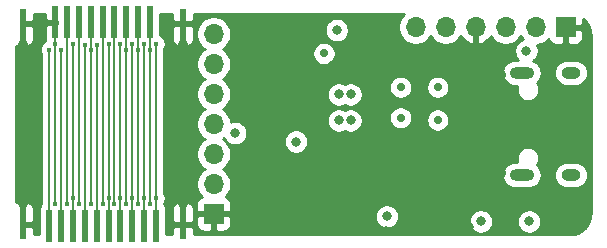
<source format=gbr>
%TF.GenerationSoftware,KiCad,Pcbnew,5.1.9-73d0e3b20d~88~ubuntu20.04.1*%
%TF.CreationDate,2021-06-05T19:28:38+02:00*%
%TF.ProjectId,wally,77616c6c-792e-46b6-9963-61645f706362,v1.03*%
%TF.SameCoordinates,Original*%
%TF.FileFunction,Copper,L4,Bot*%
%TF.FilePolarity,Positive*%
%FSLAX46Y46*%
G04 Gerber Fmt 4.6, Leading zero omitted, Abs format (unit mm)*
G04 Created by KiCad (PCBNEW 5.1.9-73d0e3b20d~88~ubuntu20.04.1) date 2021-06-05 19:28:38*
%MOMM*%
%LPD*%
G01*
G04 APERTURE LIST*
%TA.AperFunction,ComponentPad*%
%ADD10O,1.600000X1.000000*%
%TD*%
%TA.AperFunction,ComponentPad*%
%ADD11O,2.100000X1.000000*%
%TD*%
%TA.AperFunction,SMDPad,CuDef*%
%ADD12R,0.600000X2.600000*%
%TD*%
%TA.AperFunction,SMDPad,CuDef*%
%ADD13R,0.500000X2.800000*%
%TD*%
%TA.AperFunction,ComponentPad*%
%ADD14R,1.700000X1.700000*%
%TD*%
%TA.AperFunction,ComponentPad*%
%ADD15O,1.700000X1.700000*%
%TD*%
%TA.AperFunction,ViaPad*%
%ADD16C,0.400000*%
%TD*%
%TA.AperFunction,ViaPad*%
%ADD17C,0.800000*%
%TD*%
%TA.AperFunction,ViaPad*%
%ADD18C,0.700000*%
%TD*%
%TA.AperFunction,ViaPad*%
%ADD19C,0.750000*%
%TD*%
%TA.AperFunction,ViaPad*%
%ADD20C,0.600000*%
%TD*%
%TA.AperFunction,Conductor*%
%ADD21C,0.200000*%
%TD*%
%TA.AperFunction,Conductor*%
%ADD22C,0.250000*%
%TD*%
%TA.AperFunction,Conductor*%
%ADD23C,0.254000*%
%TD*%
%TA.AperFunction,Conductor*%
%ADD24C,0.100000*%
%TD*%
G04 APERTURE END LIST*
D10*
%TO.P,J1,S3*%
%TO.N,N/C*%
X172650000Y-95680000D03*
%TO.P,J1,S4*%
X172650000Y-104320000D03*
D11*
%TO.P,J1,S1*%
X168470000Y-104320000D03*
%TO.P,J1,S2*%
X168470000Y-95680000D03*
%TD*%
D12*
%TO.P,J2,SH*%
%TO.N,GND*%
X139775000Y-108500000D03*
X126225000Y-108500000D03*
D13*
%TO.P,J2,19*%
%TO.N,hdmi_hpd*%
X137500000Y-108600000D03*
%TO.P,J2,17*%
%TO.N,GND*%
X136500000Y-108600000D03*
%TO.P,J2,15*%
%TO.N,hdmi_scl*%
X135500000Y-108600000D03*
%TO.P,J2,13*%
%TO.N,hdmi_cec*%
X134500000Y-108600000D03*
%TO.P,J2,11*%
%TO.N,GND*%
X133500000Y-108600000D03*
%TO.P,J2,9*%
%TO.N,Net-(J2-Pad9)*%
X132500000Y-108600000D03*
%TO.P,J2,7*%
%TO.N,Net-(J2-Pad7)*%
X131500000Y-108600000D03*
%TO.P,J2,5*%
%TO.N,GND*%
X130500000Y-108600000D03*
%TO.P,J2,3*%
%TO.N,Net-(J2-Pad3)*%
X129500000Y-108600000D03*
%TO.P,J2,1*%
%TO.N,Net-(J2-Pad1)*%
X128500000Y-108600000D03*
%TD*%
%TO.P,J3,2*%
%TO.N,GND*%
X129000000Y-91400000D03*
%TO.P,J3,4*%
%TO.N,Net-(J2-Pad4)*%
X130000000Y-91400000D03*
%TO.P,J3,6*%
%TO.N,Net-(J2-Pad6)*%
X131000000Y-91400000D03*
%TO.P,J3,8*%
%TO.N,GND*%
X132000000Y-91400000D03*
%TO.P,J3,10*%
%TO.N,Net-(J2-Pad10)*%
X133000000Y-91400000D03*
%TO.P,J3,12*%
%TO.N,Net-(J2-Pad12)*%
X134000000Y-91400000D03*
%TO.P,J3,14*%
%TO.N,hdmi_utility*%
X135000000Y-91400000D03*
%TO.P,J3,16*%
%TO.N,hdmi_sda*%
X136000000Y-91400000D03*
%TO.P,J3,18*%
%TO.N,hdmi_5v*%
X137000000Y-91400000D03*
D12*
%TO.P,J3,SH*%
%TO.N,GND*%
X126225000Y-91500000D03*
X139775000Y-91500000D03*
%TD*%
D14*
%TO.P,J4,1*%
%TO.N,GND*%
X172200000Y-91800000D03*
D15*
%TO.P,J4,2*%
%TO.N,swdio*%
X169660000Y-91800000D03*
%TO.P,J4,3*%
%TO.N,swclk*%
X167120000Y-91800000D03*
%TO.P,J4,4*%
%TO.N,GND*%
X164580000Y-91800000D03*
%TO.P,J4,5*%
%TO.N,uart_rx*%
X162040000Y-91800000D03*
%TO.P,J4,6*%
%TO.N,uart_tx*%
X159500000Y-91800000D03*
%TD*%
D14*
%TO.P,J5,1*%
%TO.N,GND*%
X142400000Y-107620000D03*
D15*
%TO.P,J5,2*%
%TO.N,hdmi_cec*%
X142400000Y-105080000D03*
%TO.P,J5,3*%
%TO.N,hdmi_utility*%
X142400000Y-102540000D03*
%TO.P,J5,4*%
%TO.N,hdmi_scl*%
X142400000Y-100000000D03*
%TO.P,J5,5*%
%TO.N,hdmi_sda*%
X142400000Y-97460000D03*
%TO.P,J5,6*%
%TO.N,hdmi_5v*%
X142400000Y-94920000D03*
%TO.P,J5,7*%
%TO.N,hdmi_hpd*%
X142400000Y-92380000D03*
%TD*%
D16*
%TO.N,GND*%
X129000000Y-106800000D03*
X136500000Y-106300000D03*
X133500000Y-106300000D03*
X132000000Y-106800000D03*
D17*
X155190000Y-101770000D03*
D18*
X170530000Y-108240000D03*
D17*
X169120000Y-106340000D03*
X156680000Y-94670000D03*
X149180000Y-92050000D03*
X174000000Y-102000000D03*
X174000000Y-98000000D03*
D18*
X162920000Y-94720000D03*
D16*
X132000000Y-93700000D03*
X129000000Y-93200000D03*
X130500000Y-93200000D03*
D17*
X139775000Y-93200000D03*
X126225000Y-93200000D03*
X126225000Y-106800000D03*
X139775000Y-106800000D03*
D19*
X166850000Y-95850000D03*
X166850000Y-104150000D03*
D20*
X165600000Y-101370000D03*
D19*
X166720000Y-104900000D03*
X166720000Y-95100000D03*
D17*
X163990000Y-107240000D03*
X165020000Y-106340000D03*
D16*
X133500000Y-93200000D03*
X136500000Y-93200000D03*
D17*
X174000000Y-94000000D03*
X126000000Y-100000000D03*
X126000000Y-97000000D03*
X126000000Y-103000000D03*
X151000000Y-91000000D03*
X154000000Y-91000000D03*
X156890000Y-90990000D03*
X145000000Y-109100000D03*
X148000000Y-109100000D03*
X151000000Y-109100000D03*
X154000000Y-109100000D03*
X156970000Y-109100000D03*
X164000000Y-108730000D03*
X153110000Y-106770000D03*
X144460000Y-98705000D03*
D18*
X154290000Y-95975000D03*
D17*
X144470000Y-91305000D03*
X144470000Y-95745000D03*
D16*
X130500000Y-106300000D03*
D17*
X164000000Y-100325000D03*
D20*
X165610000Y-98629952D03*
D17*
X149370000Y-100000000D03*
X149360000Y-97510000D03*
X149370000Y-107500000D03*
X154920000Y-105180000D03*
D18*
%TO.N,+3V3*%
X161370000Y-96890000D03*
X158230000Y-96890000D03*
D17*
X165020000Y-108240000D03*
D18*
X158230000Y-99480000D03*
X161370000Y-99669996D03*
D17*
X169110000Y-108250000D03*
X157060000Y-107820000D03*
X149370000Y-101500000D03*
%TO.N,+5V*%
X168870000Y-93800002D03*
X153000000Y-97500000D03*
X153000000Y-99700000D03*
D16*
%TO.N,hdmi_hpd*%
X137500000Y-106300000D03*
X137500000Y-93200000D03*
%TO.N,hdmi_5v*%
X137000000Y-106800000D03*
X137000000Y-93700000D03*
%TO.N,hdmi_sda*%
X136000000Y-106800000D03*
X136000000Y-93700000D03*
D17*
X144210000Y-100780000D03*
D16*
%TO.N,hdmi_scl*%
X135500000Y-106300000D03*
X135500000Y-93200000D03*
%TO.N,hdmi_utility*%
X135000000Y-106800000D03*
X135000000Y-93700000D03*
%TO.N,hdmi_cec*%
X134500000Y-106300000D03*
X134500000Y-93200000D03*
%TO.N,Net-(J2-Pad12)*%
X134000000Y-106800000D03*
%TO.N,Net-(J2-Pad10)*%
X133000000Y-106800000D03*
%TO.N,Net-(J2-Pad9)*%
X132500000Y-93300000D03*
%TO.N,Net-(J2-Pad7)*%
X131500000Y-93300000D03*
%TO.N,Net-(J2-Pad6)*%
X131000000Y-106800000D03*
%TO.N,Net-(J2-Pad4)*%
X130000000Y-106800000D03*
%TO.N,Net-(J2-Pad3)*%
X129500000Y-93700000D03*
%TO.N,Net-(J2-Pad1)*%
X128500000Y-93700000D03*
D17*
%TO.N,hdmi_5v_en*%
X154000000Y-99700000D03*
X154000000Y-97500000D03*
%TO.N,hdmi_hpd_en*%
X152820000Y-92050000D03*
D18*
X151740000Y-94025000D03*
%TD*%
D21*
%TO.N,GND*%
X132000000Y-93700000D02*
X132000000Y-91400000D01*
X136500000Y-106300000D02*
X136500000Y-108600000D01*
X130500000Y-108600000D02*
X130500000Y-106300000D01*
X136500000Y-93200000D02*
X136500000Y-106300000D01*
X132000000Y-93700000D02*
X132000000Y-106800000D01*
X130500000Y-106300000D02*
X130500000Y-93200000D01*
X126200000Y-91325000D02*
X126225000Y-91300000D01*
D22*
X139775000Y-91300000D02*
X139775000Y-93200000D01*
X126225000Y-91300000D02*
X126225000Y-93200000D01*
X126225000Y-108700000D02*
X126225000Y-106800000D01*
X139775000Y-108700000D02*
X139775000Y-106800000D01*
D21*
X129000000Y-93200000D02*
X129000000Y-106800000D01*
X129000000Y-91400000D02*
X129000000Y-93200000D01*
X133500000Y-93200000D02*
X133500000Y-106300000D01*
X133500000Y-106300000D02*
X133500000Y-108600000D01*
%TO.N,hdmi_hpd*%
X137500000Y-106300000D02*
X137500000Y-108600000D01*
X137500000Y-93200000D02*
X137500000Y-106300000D01*
%TO.N,hdmi_5v*%
X137000000Y-93700000D02*
X137000000Y-91400000D01*
X137000000Y-106800000D02*
X137000000Y-93700000D01*
%TO.N,hdmi_sda*%
X136000000Y-93700000D02*
X136000000Y-91400000D01*
X136000000Y-106800000D02*
X136000000Y-93700000D01*
%TO.N,hdmi_scl*%
X135500000Y-106300000D02*
X135500000Y-108600000D01*
X135500000Y-93200000D02*
X135500000Y-106300000D01*
%TO.N,hdmi_utility*%
X135000000Y-93700000D02*
X135000000Y-91400000D01*
X135000000Y-106800000D02*
X135000000Y-93700000D01*
%TO.N,hdmi_cec*%
X134500000Y-93200000D02*
X134500000Y-106300000D01*
X134500000Y-106300000D02*
X134500000Y-108600000D01*
%TO.N,Net-(J2-Pad12)*%
X134000000Y-91400000D02*
X134000000Y-106800000D01*
%TO.N,Net-(J2-Pad10)*%
X133000000Y-106800000D02*
X133000000Y-91400000D01*
%TO.N,Net-(J2-Pad9)*%
X132500000Y-106300000D02*
X132500000Y-108600000D01*
X132500000Y-93300000D02*
X132500000Y-106300000D01*
%TO.N,Net-(J2-Pad7)*%
X131500000Y-106300000D02*
X131500000Y-108600000D01*
X131500000Y-106300000D02*
X131500000Y-93300000D01*
%TO.N,Net-(J2-Pad6)*%
X131000000Y-91400000D02*
X131000000Y-106800000D01*
%TO.N,Net-(J2-Pad4)*%
X130000000Y-106800000D02*
X130000000Y-91400000D01*
%TO.N,Net-(J2-Pad3)*%
X129500000Y-108600000D02*
X129500000Y-106300000D01*
X129500000Y-106300000D02*
X129500000Y-93700000D01*
%TO.N,Net-(J2-Pad1)*%
X128500000Y-106300000D02*
X128500000Y-108600000D01*
X128500000Y-93700000D02*
X128500000Y-106300000D01*
%TD*%
D23*
%TO.N,GND*%
X128115000Y-91114250D02*
X128273750Y-91273000D01*
X128877000Y-91273000D01*
X128877000Y-91253000D01*
X129111928Y-91253000D01*
X129111928Y-91547000D01*
X128877000Y-91547000D01*
X128877000Y-91527000D01*
X128273750Y-91527000D01*
X128115000Y-91685750D01*
X128111955Y-92794102D01*
X128123065Y-92918692D01*
X128131863Y-92948690D01*
X128104479Y-92960033D01*
X127967719Y-93051413D01*
X127851413Y-93167719D01*
X127760033Y-93304479D01*
X127697089Y-93456440D01*
X127665000Y-93617760D01*
X127665000Y-93782240D01*
X127697089Y-93943560D01*
X127760033Y-94095521D01*
X127765000Y-94102955D01*
X127765001Y-106263886D01*
X127765000Y-106263896D01*
X127765000Y-106790019D01*
X127719463Y-106845506D01*
X127660498Y-106955820D01*
X127624188Y-107075518D01*
X127611928Y-107200000D01*
X127611928Y-109340000D01*
X127161679Y-109340000D01*
X127160000Y-108785750D01*
X127001250Y-108627000D01*
X126352000Y-108627000D01*
X126352000Y-108647000D01*
X126098000Y-108647000D01*
X126098000Y-108627000D01*
X126078000Y-108627000D01*
X126078000Y-108373000D01*
X126098000Y-108373000D01*
X126098000Y-106723750D01*
X126352000Y-106723750D01*
X126352000Y-108373000D01*
X127001250Y-108373000D01*
X127160000Y-108214250D01*
X127163072Y-107200000D01*
X127150812Y-107075518D01*
X127114502Y-106955820D01*
X127055537Y-106845506D01*
X126976185Y-106748815D01*
X126879494Y-106669463D01*
X126769180Y-106610498D01*
X126649482Y-106574188D01*
X126525000Y-106561928D01*
X126510750Y-106565000D01*
X126352000Y-106723750D01*
X126098000Y-106723750D01*
X125939250Y-106565000D01*
X125925000Y-106561928D01*
X125800518Y-106574188D01*
X125680820Y-106610498D01*
X125660000Y-106621627D01*
X125660000Y-93378373D01*
X125680820Y-93389502D01*
X125800518Y-93425812D01*
X125925000Y-93438072D01*
X125939250Y-93435000D01*
X126098000Y-93276250D01*
X126098000Y-91627000D01*
X126352000Y-91627000D01*
X126352000Y-93276250D01*
X126510750Y-93435000D01*
X126525000Y-93438072D01*
X126649482Y-93425812D01*
X126769180Y-93389502D01*
X126879494Y-93330537D01*
X126976185Y-93251185D01*
X127055537Y-93154494D01*
X127114502Y-93044180D01*
X127150812Y-92924482D01*
X127163072Y-92800000D01*
X127160000Y-91785750D01*
X127001250Y-91627000D01*
X126352000Y-91627000D01*
X126098000Y-91627000D01*
X126078000Y-91627000D01*
X126078000Y-91373000D01*
X126098000Y-91373000D01*
X126098000Y-91353000D01*
X126352000Y-91353000D01*
X126352000Y-91373000D01*
X127001250Y-91373000D01*
X127160000Y-91214250D01*
X127161679Y-90660000D01*
X128113752Y-90660000D01*
X128115000Y-91114250D01*
%TA.AperFunction,Conductor*%
D24*
G36*
X128115000Y-91114250D02*
G01*
X128273750Y-91273000D01*
X128877000Y-91273000D01*
X128877000Y-91253000D01*
X129111928Y-91253000D01*
X129111928Y-91547000D01*
X128877000Y-91547000D01*
X128877000Y-91527000D01*
X128273750Y-91527000D01*
X128115000Y-91685750D01*
X128111955Y-92794102D01*
X128123065Y-92918692D01*
X128131863Y-92948690D01*
X128104479Y-92960033D01*
X127967719Y-93051413D01*
X127851413Y-93167719D01*
X127760033Y-93304479D01*
X127697089Y-93456440D01*
X127665000Y-93617760D01*
X127665000Y-93782240D01*
X127697089Y-93943560D01*
X127760033Y-94095521D01*
X127765000Y-94102955D01*
X127765001Y-106263886D01*
X127765000Y-106263896D01*
X127765000Y-106790019D01*
X127719463Y-106845506D01*
X127660498Y-106955820D01*
X127624188Y-107075518D01*
X127611928Y-107200000D01*
X127611928Y-109340000D01*
X127161679Y-109340000D01*
X127160000Y-108785750D01*
X127001250Y-108627000D01*
X126352000Y-108627000D01*
X126352000Y-108647000D01*
X126098000Y-108647000D01*
X126098000Y-108627000D01*
X126078000Y-108627000D01*
X126078000Y-108373000D01*
X126098000Y-108373000D01*
X126098000Y-106723750D01*
X126352000Y-106723750D01*
X126352000Y-108373000D01*
X127001250Y-108373000D01*
X127160000Y-108214250D01*
X127163072Y-107200000D01*
X127150812Y-107075518D01*
X127114502Y-106955820D01*
X127055537Y-106845506D01*
X126976185Y-106748815D01*
X126879494Y-106669463D01*
X126769180Y-106610498D01*
X126649482Y-106574188D01*
X126525000Y-106561928D01*
X126510750Y-106565000D01*
X126352000Y-106723750D01*
X126098000Y-106723750D01*
X125939250Y-106565000D01*
X125925000Y-106561928D01*
X125800518Y-106574188D01*
X125680820Y-106610498D01*
X125660000Y-106621627D01*
X125660000Y-93378373D01*
X125680820Y-93389502D01*
X125800518Y-93425812D01*
X125925000Y-93438072D01*
X125939250Y-93435000D01*
X126098000Y-93276250D01*
X126098000Y-91627000D01*
X126352000Y-91627000D01*
X126352000Y-93276250D01*
X126510750Y-93435000D01*
X126525000Y-93438072D01*
X126649482Y-93425812D01*
X126769180Y-93389502D01*
X126879494Y-93330537D01*
X126976185Y-93251185D01*
X127055537Y-93154494D01*
X127114502Y-93044180D01*
X127150812Y-92924482D01*
X127163072Y-92800000D01*
X127160000Y-91785750D01*
X127001250Y-91627000D01*
X126352000Y-91627000D01*
X126098000Y-91627000D01*
X126078000Y-91627000D01*
X126078000Y-91373000D01*
X126098000Y-91373000D01*
X126098000Y-91353000D01*
X126352000Y-91353000D01*
X126352000Y-91373000D01*
X127001250Y-91373000D01*
X127160000Y-91214250D01*
X127161679Y-90660000D01*
X128113752Y-90660000D01*
X128115000Y-91114250D01*
G37*
%TD.AperFunction*%
D23*
X138840000Y-91214250D02*
X138998750Y-91373000D01*
X139648000Y-91373000D01*
X139648000Y-91353000D01*
X139902000Y-91353000D01*
X139902000Y-91373000D01*
X140551250Y-91373000D01*
X140710000Y-91214250D01*
X140711679Y-90660000D01*
X158539893Y-90660000D01*
X158346525Y-90853368D01*
X158184010Y-91096589D01*
X158072068Y-91366842D01*
X158015000Y-91653740D01*
X158015000Y-91946260D01*
X158072068Y-92233158D01*
X158184010Y-92503411D01*
X158346525Y-92746632D01*
X158553368Y-92953475D01*
X158796589Y-93115990D01*
X159066842Y-93227932D01*
X159353740Y-93285000D01*
X159646260Y-93285000D01*
X159933158Y-93227932D01*
X160203411Y-93115990D01*
X160446632Y-92953475D01*
X160653475Y-92746632D01*
X160770000Y-92572240D01*
X160886525Y-92746632D01*
X161093368Y-92953475D01*
X161336589Y-93115990D01*
X161606842Y-93227932D01*
X161893740Y-93285000D01*
X162186260Y-93285000D01*
X162473158Y-93227932D01*
X162743411Y-93115990D01*
X162986632Y-92953475D01*
X163193475Y-92746632D01*
X163315195Y-92564466D01*
X163384822Y-92681355D01*
X163579731Y-92897588D01*
X163813080Y-93071641D01*
X164075901Y-93196825D01*
X164223110Y-93241476D01*
X164453000Y-93120155D01*
X164453000Y-91927000D01*
X164433000Y-91927000D01*
X164433000Y-91673000D01*
X164453000Y-91673000D01*
X164453000Y-91653000D01*
X164707000Y-91653000D01*
X164707000Y-91673000D01*
X164727000Y-91673000D01*
X164727000Y-91927000D01*
X164707000Y-91927000D01*
X164707000Y-93120155D01*
X164936890Y-93241476D01*
X165084099Y-93196825D01*
X165346920Y-93071641D01*
X165580269Y-92897588D01*
X165775178Y-92681355D01*
X165844805Y-92564466D01*
X165966525Y-92746632D01*
X166173368Y-92953475D01*
X166416589Y-93115990D01*
X166686842Y-93227932D01*
X166973740Y-93285000D01*
X167266260Y-93285000D01*
X167553158Y-93227932D01*
X167823411Y-93115990D01*
X168066632Y-92953475D01*
X168273475Y-92746632D01*
X168390000Y-92572240D01*
X168506525Y-92746632D01*
X168565675Y-92805782D01*
X168379744Y-92882797D01*
X168210226Y-92996065D01*
X168066063Y-93140228D01*
X167952795Y-93309746D01*
X167874774Y-93498104D01*
X167835000Y-93698063D01*
X167835000Y-93901941D01*
X167874774Y-94101900D01*
X167952795Y-94290258D01*
X168066063Y-94459776D01*
X168151287Y-94545000D01*
X167864248Y-94545000D01*
X167697501Y-94561423D01*
X167483553Y-94626324D01*
X167286377Y-94731716D01*
X167113551Y-94873551D01*
X166971716Y-95046377D01*
X166866324Y-95243553D01*
X166801423Y-95457501D01*
X166779509Y-95680000D01*
X166801423Y-95902499D01*
X166866324Y-96116447D01*
X166971716Y-96313623D01*
X167113551Y-96486449D01*
X167286377Y-96628284D01*
X167483553Y-96733676D01*
X167697501Y-96798577D01*
X167864248Y-96815000D01*
X168083096Y-96815000D01*
X168076892Y-96829978D01*
X168040000Y-97015448D01*
X168040000Y-97204552D01*
X168076892Y-97390022D01*
X168149259Y-97564731D01*
X168254319Y-97721964D01*
X168388036Y-97855681D01*
X168545269Y-97960741D01*
X168719978Y-98033108D01*
X168905448Y-98070000D01*
X169094552Y-98070000D01*
X169280022Y-98033108D01*
X169454731Y-97960741D01*
X169611964Y-97855681D01*
X169745681Y-97721964D01*
X169850741Y-97564731D01*
X169923108Y-97390022D01*
X169960000Y-97204552D01*
X169960000Y-97015448D01*
X169923108Y-96829978D01*
X169850741Y-96655269D01*
X169769285Y-96533362D01*
X169826449Y-96486449D01*
X169968284Y-96313623D01*
X170073676Y-96116447D01*
X170138577Y-95902499D01*
X170160491Y-95680000D01*
X171209509Y-95680000D01*
X171231423Y-95902499D01*
X171296324Y-96116447D01*
X171401716Y-96313623D01*
X171543551Y-96486449D01*
X171716377Y-96628284D01*
X171913553Y-96733676D01*
X172127501Y-96798577D01*
X172294248Y-96815000D01*
X173005752Y-96815000D01*
X173172499Y-96798577D01*
X173386447Y-96733676D01*
X173583623Y-96628284D01*
X173756449Y-96486449D01*
X173898284Y-96313623D01*
X174003676Y-96116447D01*
X174068577Y-95902499D01*
X174090491Y-95680000D01*
X174068577Y-95457501D01*
X174003676Y-95243553D01*
X173898284Y-95046377D01*
X173756449Y-94873551D01*
X173583623Y-94731716D01*
X173386447Y-94626324D01*
X173172499Y-94561423D01*
X173005752Y-94545000D01*
X172294248Y-94545000D01*
X172127501Y-94561423D01*
X171913553Y-94626324D01*
X171716377Y-94731716D01*
X171543551Y-94873551D01*
X171401716Y-95046377D01*
X171296324Y-95243553D01*
X171231423Y-95457501D01*
X171209509Y-95680000D01*
X170160491Y-95680000D01*
X170138577Y-95457501D01*
X170073676Y-95243553D01*
X169968284Y-95046377D01*
X169826449Y-94873551D01*
X169653623Y-94731716D01*
X169478573Y-94638150D01*
X169529774Y-94603939D01*
X169673937Y-94459776D01*
X169787205Y-94290258D01*
X169865226Y-94101900D01*
X169905000Y-93901941D01*
X169905000Y-93698063D01*
X169865226Y-93498104D01*
X169787205Y-93309746D01*
X169770670Y-93285000D01*
X169806260Y-93285000D01*
X170093158Y-93227932D01*
X170363411Y-93115990D01*
X170606632Y-92953475D01*
X170738487Y-92821620D01*
X170760498Y-92894180D01*
X170819463Y-93004494D01*
X170898815Y-93101185D01*
X170995506Y-93180537D01*
X171105820Y-93239502D01*
X171225518Y-93275812D01*
X171350000Y-93288072D01*
X171914250Y-93285000D01*
X172073000Y-93126250D01*
X172073000Y-91927000D01*
X172327000Y-91927000D01*
X172327000Y-93126250D01*
X172485750Y-93285000D01*
X173050000Y-93288072D01*
X173174482Y-93275812D01*
X173294180Y-93239502D01*
X173404494Y-93180537D01*
X173501185Y-93101185D01*
X173580537Y-93004494D01*
X173639502Y-92894180D01*
X173675812Y-92774482D01*
X173688072Y-92650000D01*
X173685000Y-92085750D01*
X173526250Y-91927000D01*
X172327000Y-91927000D01*
X172073000Y-91927000D01*
X172053000Y-91927000D01*
X172053000Y-91673000D01*
X172073000Y-91673000D01*
X172073000Y-91653000D01*
X172327000Y-91653000D01*
X172327000Y-91673000D01*
X173526250Y-91673000D01*
X173685000Y-91514250D01*
X173687205Y-91109294D01*
X173794299Y-91196637D01*
X174022806Y-91472856D01*
X174193310Y-91788197D01*
X174299319Y-92130656D01*
X174340000Y-92517712D01*
X174340001Y-107467711D01*
X174301853Y-107856776D01*
X174198238Y-108199964D01*
X174029939Y-108516489D01*
X173803365Y-108794296D01*
X173527146Y-109022805D01*
X173211803Y-109193310D01*
X172869344Y-109299319D01*
X172482288Y-109340000D01*
X140711679Y-109340000D01*
X140710000Y-108785750D01*
X140551250Y-108627000D01*
X139902000Y-108627000D01*
X139902000Y-108647000D01*
X139648000Y-108647000D01*
X139648000Y-108627000D01*
X138998750Y-108627000D01*
X138840000Y-108785750D01*
X138838321Y-109340000D01*
X138388072Y-109340000D01*
X138388072Y-108470000D01*
X140911928Y-108470000D01*
X140924188Y-108594482D01*
X140960498Y-108714180D01*
X141019463Y-108824494D01*
X141098815Y-108921185D01*
X141195506Y-109000537D01*
X141305820Y-109059502D01*
X141425518Y-109095812D01*
X141550000Y-109108072D01*
X142114250Y-109105000D01*
X142273000Y-108946250D01*
X142273000Y-107747000D01*
X142527000Y-107747000D01*
X142527000Y-108946250D01*
X142685750Y-109105000D01*
X143250000Y-109108072D01*
X143374482Y-109095812D01*
X143494180Y-109059502D01*
X143604494Y-109000537D01*
X143701185Y-108921185D01*
X143780537Y-108824494D01*
X143839502Y-108714180D01*
X143875812Y-108594482D01*
X143888072Y-108470000D01*
X143885000Y-107905750D01*
X143726250Y-107747000D01*
X142527000Y-107747000D01*
X142273000Y-107747000D01*
X141073750Y-107747000D01*
X140915000Y-107905750D01*
X140911928Y-108470000D01*
X138388072Y-108470000D01*
X138388072Y-107200000D01*
X138836928Y-107200000D01*
X138840000Y-108214250D01*
X138998750Y-108373000D01*
X139648000Y-108373000D01*
X139648000Y-106723750D01*
X139902000Y-106723750D01*
X139902000Y-108373000D01*
X140551250Y-108373000D01*
X140710000Y-108214250D01*
X140711502Y-107718061D01*
X156025000Y-107718061D01*
X156025000Y-107921939D01*
X156064774Y-108121898D01*
X156142795Y-108310256D01*
X156256063Y-108479774D01*
X156400226Y-108623937D01*
X156569744Y-108737205D01*
X156758102Y-108815226D01*
X156958061Y-108855000D01*
X157161939Y-108855000D01*
X157361898Y-108815226D01*
X157550256Y-108737205D01*
X157719774Y-108623937D01*
X157863937Y-108479774D01*
X157977205Y-108310256D01*
X158048531Y-108138061D01*
X163985000Y-108138061D01*
X163985000Y-108341939D01*
X164024774Y-108541898D01*
X164102795Y-108730256D01*
X164216063Y-108899774D01*
X164360226Y-109043937D01*
X164529744Y-109157205D01*
X164718102Y-109235226D01*
X164918061Y-109275000D01*
X165121939Y-109275000D01*
X165321898Y-109235226D01*
X165510256Y-109157205D01*
X165679774Y-109043937D01*
X165823937Y-108899774D01*
X165937205Y-108730256D01*
X166015226Y-108541898D01*
X166055000Y-108341939D01*
X166055000Y-108148061D01*
X168075000Y-108148061D01*
X168075000Y-108351939D01*
X168114774Y-108551898D01*
X168192795Y-108740256D01*
X168306063Y-108909774D01*
X168450226Y-109053937D01*
X168619744Y-109167205D01*
X168808102Y-109245226D01*
X169008061Y-109285000D01*
X169211939Y-109285000D01*
X169411898Y-109245226D01*
X169600256Y-109167205D01*
X169769774Y-109053937D01*
X169913937Y-108909774D01*
X170027205Y-108740256D01*
X170105226Y-108551898D01*
X170145000Y-108351939D01*
X170145000Y-108148061D01*
X170105226Y-107948102D01*
X170027205Y-107759744D01*
X169913937Y-107590226D01*
X169769774Y-107446063D01*
X169600256Y-107332795D01*
X169411898Y-107254774D01*
X169211939Y-107215000D01*
X169008061Y-107215000D01*
X168808102Y-107254774D01*
X168619744Y-107332795D01*
X168450226Y-107446063D01*
X168306063Y-107590226D01*
X168192795Y-107759744D01*
X168114774Y-107948102D01*
X168075000Y-108148061D01*
X166055000Y-108148061D01*
X166055000Y-108138061D01*
X166015226Y-107938102D01*
X165937205Y-107749744D01*
X165823937Y-107580226D01*
X165679774Y-107436063D01*
X165510256Y-107322795D01*
X165321898Y-107244774D01*
X165121939Y-107205000D01*
X164918061Y-107205000D01*
X164718102Y-107244774D01*
X164529744Y-107322795D01*
X164360226Y-107436063D01*
X164216063Y-107580226D01*
X164102795Y-107749744D01*
X164024774Y-107938102D01*
X163985000Y-108138061D01*
X158048531Y-108138061D01*
X158055226Y-108121898D01*
X158095000Y-107921939D01*
X158095000Y-107718061D01*
X158055226Y-107518102D01*
X157977205Y-107329744D01*
X157863937Y-107160226D01*
X157719774Y-107016063D01*
X157550256Y-106902795D01*
X157361898Y-106824774D01*
X157161939Y-106785000D01*
X156958061Y-106785000D01*
X156758102Y-106824774D01*
X156569744Y-106902795D01*
X156400226Y-107016063D01*
X156256063Y-107160226D01*
X156142795Y-107329744D01*
X156064774Y-107518102D01*
X156025000Y-107718061D01*
X140711502Y-107718061D01*
X140713072Y-107200000D01*
X140700812Y-107075518D01*
X140664502Y-106955820D01*
X140605537Y-106845506D01*
X140543572Y-106770000D01*
X140911928Y-106770000D01*
X140915000Y-107334250D01*
X141073750Y-107493000D01*
X142273000Y-107493000D01*
X142273000Y-107473000D01*
X142527000Y-107473000D01*
X142527000Y-107493000D01*
X143726250Y-107493000D01*
X143885000Y-107334250D01*
X143888072Y-106770000D01*
X143875812Y-106645518D01*
X143839502Y-106525820D01*
X143780537Y-106415506D01*
X143701185Y-106318815D01*
X143604494Y-106239463D01*
X143494180Y-106180498D01*
X143421620Y-106158487D01*
X143553475Y-106026632D01*
X143715990Y-105783411D01*
X143827932Y-105513158D01*
X143885000Y-105226260D01*
X143885000Y-104933740D01*
X143827932Y-104646842D01*
X143715990Y-104376589D01*
X143678179Y-104320000D01*
X166779509Y-104320000D01*
X166801423Y-104542499D01*
X166866324Y-104756447D01*
X166971716Y-104953623D01*
X167113551Y-105126449D01*
X167286377Y-105268284D01*
X167483553Y-105373676D01*
X167697501Y-105438577D01*
X167864248Y-105455000D01*
X169075752Y-105455000D01*
X169242499Y-105438577D01*
X169456447Y-105373676D01*
X169653623Y-105268284D01*
X169826449Y-105126449D01*
X169968284Y-104953623D01*
X170073676Y-104756447D01*
X170138577Y-104542499D01*
X170160491Y-104320000D01*
X171209509Y-104320000D01*
X171231423Y-104542499D01*
X171296324Y-104756447D01*
X171401716Y-104953623D01*
X171543551Y-105126449D01*
X171716377Y-105268284D01*
X171913553Y-105373676D01*
X172127501Y-105438577D01*
X172294248Y-105455000D01*
X173005752Y-105455000D01*
X173172499Y-105438577D01*
X173386447Y-105373676D01*
X173583623Y-105268284D01*
X173756449Y-105126449D01*
X173898284Y-104953623D01*
X174003676Y-104756447D01*
X174068577Y-104542499D01*
X174090491Y-104320000D01*
X174068577Y-104097501D01*
X174003676Y-103883553D01*
X173898284Y-103686377D01*
X173756449Y-103513551D01*
X173583623Y-103371716D01*
X173386447Y-103266324D01*
X173172499Y-103201423D01*
X173005752Y-103185000D01*
X172294248Y-103185000D01*
X172127501Y-103201423D01*
X171913553Y-103266324D01*
X171716377Y-103371716D01*
X171543551Y-103513551D01*
X171401716Y-103686377D01*
X171296324Y-103883553D01*
X171231423Y-104097501D01*
X171209509Y-104320000D01*
X170160491Y-104320000D01*
X170138577Y-104097501D01*
X170073676Y-103883553D01*
X169968284Y-103686377D01*
X169826449Y-103513551D01*
X169769285Y-103466638D01*
X169850741Y-103344731D01*
X169923108Y-103170022D01*
X169960000Y-102984552D01*
X169960000Y-102795448D01*
X169923108Y-102609978D01*
X169850741Y-102435269D01*
X169745681Y-102278036D01*
X169611964Y-102144319D01*
X169454731Y-102039259D01*
X169280022Y-101966892D01*
X169094552Y-101930000D01*
X168905448Y-101930000D01*
X168719978Y-101966892D01*
X168545269Y-102039259D01*
X168388036Y-102144319D01*
X168254319Y-102278036D01*
X168149259Y-102435269D01*
X168076892Y-102609978D01*
X168040000Y-102795448D01*
X168040000Y-102984552D01*
X168076892Y-103170022D01*
X168083096Y-103185000D01*
X167864248Y-103185000D01*
X167697501Y-103201423D01*
X167483553Y-103266324D01*
X167286377Y-103371716D01*
X167113551Y-103513551D01*
X166971716Y-103686377D01*
X166866324Y-103883553D01*
X166801423Y-104097501D01*
X166779509Y-104320000D01*
X143678179Y-104320000D01*
X143553475Y-104133368D01*
X143346632Y-103926525D01*
X143172240Y-103810000D01*
X143346632Y-103693475D01*
X143553475Y-103486632D01*
X143715990Y-103243411D01*
X143827932Y-102973158D01*
X143885000Y-102686260D01*
X143885000Y-102393740D01*
X143827932Y-102106842D01*
X143715990Y-101836589D01*
X143553475Y-101593368D01*
X143346632Y-101386525D01*
X143172240Y-101270000D01*
X143266579Y-101206965D01*
X143292795Y-101270256D01*
X143406063Y-101439774D01*
X143550226Y-101583937D01*
X143719744Y-101697205D01*
X143908102Y-101775226D01*
X144108061Y-101815000D01*
X144311939Y-101815000D01*
X144511898Y-101775226D01*
X144700256Y-101697205D01*
X144869774Y-101583937D01*
X145013937Y-101439774D01*
X145041808Y-101398061D01*
X148335000Y-101398061D01*
X148335000Y-101601939D01*
X148374774Y-101801898D01*
X148452795Y-101990256D01*
X148566063Y-102159774D01*
X148710226Y-102303937D01*
X148879744Y-102417205D01*
X149068102Y-102495226D01*
X149268061Y-102535000D01*
X149471939Y-102535000D01*
X149671898Y-102495226D01*
X149860256Y-102417205D01*
X150029774Y-102303937D01*
X150173937Y-102159774D01*
X150287205Y-101990256D01*
X150365226Y-101801898D01*
X150405000Y-101601939D01*
X150405000Y-101398061D01*
X150365226Y-101198102D01*
X150287205Y-101009744D01*
X150173937Y-100840226D01*
X150029774Y-100696063D01*
X149860256Y-100582795D01*
X149671898Y-100504774D01*
X149471939Y-100465000D01*
X149268061Y-100465000D01*
X149068102Y-100504774D01*
X148879744Y-100582795D01*
X148710226Y-100696063D01*
X148566063Y-100840226D01*
X148452795Y-101009744D01*
X148374774Y-101198102D01*
X148335000Y-101398061D01*
X145041808Y-101398061D01*
X145127205Y-101270256D01*
X145205226Y-101081898D01*
X145245000Y-100881939D01*
X145245000Y-100678061D01*
X145205226Y-100478102D01*
X145127205Y-100289744D01*
X145013937Y-100120226D01*
X144869774Y-99976063D01*
X144700256Y-99862795D01*
X144511898Y-99784774D01*
X144311939Y-99745000D01*
X144108061Y-99745000D01*
X143908102Y-99784774D01*
X143874085Y-99798865D01*
X143834142Y-99598061D01*
X151965000Y-99598061D01*
X151965000Y-99801939D01*
X152004774Y-100001898D01*
X152082795Y-100190256D01*
X152196063Y-100359774D01*
X152340226Y-100503937D01*
X152509744Y-100617205D01*
X152698102Y-100695226D01*
X152898061Y-100735000D01*
X153101939Y-100735000D01*
X153301898Y-100695226D01*
X153490256Y-100617205D01*
X153500000Y-100610694D01*
X153509744Y-100617205D01*
X153698102Y-100695226D01*
X153898061Y-100735000D01*
X154101939Y-100735000D01*
X154301898Y-100695226D01*
X154490256Y-100617205D01*
X154659774Y-100503937D01*
X154803937Y-100359774D01*
X154917205Y-100190256D01*
X154995226Y-100001898D01*
X155035000Y-99801939D01*
X155035000Y-99598061D01*
X154995226Y-99398102D01*
X154988965Y-99382986D01*
X157245000Y-99382986D01*
X157245000Y-99577014D01*
X157282853Y-99767314D01*
X157357104Y-99946572D01*
X157464901Y-100107901D01*
X157602099Y-100245099D01*
X157763428Y-100352896D01*
X157942686Y-100427147D01*
X158132986Y-100465000D01*
X158327014Y-100465000D01*
X158517314Y-100427147D01*
X158696572Y-100352896D01*
X158857901Y-100245099D01*
X158995099Y-100107901D01*
X159102896Y-99946572D01*
X159177147Y-99767314D01*
X159215000Y-99577014D01*
X159215000Y-99572982D01*
X160385000Y-99572982D01*
X160385000Y-99767010D01*
X160422853Y-99957310D01*
X160497104Y-100136568D01*
X160604901Y-100297897D01*
X160742099Y-100435095D01*
X160903428Y-100542892D01*
X161082686Y-100617143D01*
X161272986Y-100654996D01*
X161467014Y-100654996D01*
X161657314Y-100617143D01*
X161836572Y-100542892D01*
X161997901Y-100435095D01*
X162135099Y-100297897D01*
X162242896Y-100136568D01*
X162317147Y-99957310D01*
X162355000Y-99767010D01*
X162355000Y-99572982D01*
X162317147Y-99382682D01*
X162242896Y-99203424D01*
X162135099Y-99042095D01*
X161997901Y-98904897D01*
X161836572Y-98797100D01*
X161657314Y-98722849D01*
X161467014Y-98684996D01*
X161272986Y-98684996D01*
X161082686Y-98722849D01*
X160903428Y-98797100D01*
X160742099Y-98904897D01*
X160604901Y-99042095D01*
X160497104Y-99203424D01*
X160422853Y-99382682D01*
X160385000Y-99572982D01*
X159215000Y-99572982D01*
X159215000Y-99382986D01*
X159177147Y-99192686D01*
X159102896Y-99013428D01*
X158995099Y-98852099D01*
X158857901Y-98714901D01*
X158696572Y-98607104D01*
X158517314Y-98532853D01*
X158327014Y-98495000D01*
X158132986Y-98495000D01*
X157942686Y-98532853D01*
X157763428Y-98607104D01*
X157602099Y-98714901D01*
X157464901Y-98852099D01*
X157357104Y-99013428D01*
X157282853Y-99192686D01*
X157245000Y-99382986D01*
X154988965Y-99382986D01*
X154917205Y-99209744D01*
X154803937Y-99040226D01*
X154659774Y-98896063D01*
X154490256Y-98782795D01*
X154301898Y-98704774D01*
X154101939Y-98665000D01*
X153898061Y-98665000D01*
X153698102Y-98704774D01*
X153509744Y-98782795D01*
X153500000Y-98789306D01*
X153490256Y-98782795D01*
X153301898Y-98704774D01*
X153101939Y-98665000D01*
X152898061Y-98665000D01*
X152698102Y-98704774D01*
X152509744Y-98782795D01*
X152340226Y-98896063D01*
X152196063Y-99040226D01*
X152082795Y-99209744D01*
X152004774Y-99398102D01*
X151965000Y-99598061D01*
X143834142Y-99598061D01*
X143827932Y-99566842D01*
X143715990Y-99296589D01*
X143553475Y-99053368D01*
X143346632Y-98846525D01*
X143172240Y-98730000D01*
X143346632Y-98613475D01*
X143553475Y-98406632D01*
X143715990Y-98163411D01*
X143827932Y-97893158D01*
X143885000Y-97606260D01*
X143885000Y-97398061D01*
X151965000Y-97398061D01*
X151965000Y-97601939D01*
X152004774Y-97801898D01*
X152082795Y-97990256D01*
X152196063Y-98159774D01*
X152340226Y-98303937D01*
X152509744Y-98417205D01*
X152698102Y-98495226D01*
X152898061Y-98535000D01*
X153101939Y-98535000D01*
X153301898Y-98495226D01*
X153490256Y-98417205D01*
X153500000Y-98410694D01*
X153509744Y-98417205D01*
X153698102Y-98495226D01*
X153898061Y-98535000D01*
X154101939Y-98535000D01*
X154301898Y-98495226D01*
X154490256Y-98417205D01*
X154659774Y-98303937D01*
X154803937Y-98159774D01*
X154917205Y-97990256D01*
X154995226Y-97801898D01*
X155035000Y-97601939D01*
X155035000Y-97398061D01*
X154995226Y-97198102D01*
X154917205Y-97009744D01*
X154803937Y-96840226D01*
X154756697Y-96792986D01*
X157245000Y-96792986D01*
X157245000Y-96987014D01*
X157282853Y-97177314D01*
X157357104Y-97356572D01*
X157464901Y-97517901D01*
X157602099Y-97655099D01*
X157763428Y-97762896D01*
X157942686Y-97837147D01*
X158132986Y-97875000D01*
X158327014Y-97875000D01*
X158517314Y-97837147D01*
X158696572Y-97762896D01*
X158857901Y-97655099D01*
X158995099Y-97517901D01*
X159102896Y-97356572D01*
X159177147Y-97177314D01*
X159215000Y-96987014D01*
X159215000Y-96792986D01*
X160385000Y-96792986D01*
X160385000Y-96987014D01*
X160422853Y-97177314D01*
X160497104Y-97356572D01*
X160604901Y-97517901D01*
X160742099Y-97655099D01*
X160903428Y-97762896D01*
X161082686Y-97837147D01*
X161272986Y-97875000D01*
X161467014Y-97875000D01*
X161657314Y-97837147D01*
X161836572Y-97762896D01*
X161997901Y-97655099D01*
X162135099Y-97517901D01*
X162242896Y-97356572D01*
X162317147Y-97177314D01*
X162355000Y-96987014D01*
X162355000Y-96792986D01*
X162317147Y-96602686D01*
X162242896Y-96423428D01*
X162135099Y-96262099D01*
X161997901Y-96124901D01*
X161836572Y-96017104D01*
X161657314Y-95942853D01*
X161467014Y-95905000D01*
X161272986Y-95905000D01*
X161082686Y-95942853D01*
X160903428Y-96017104D01*
X160742099Y-96124901D01*
X160604901Y-96262099D01*
X160497104Y-96423428D01*
X160422853Y-96602686D01*
X160385000Y-96792986D01*
X159215000Y-96792986D01*
X159177147Y-96602686D01*
X159102896Y-96423428D01*
X158995099Y-96262099D01*
X158857901Y-96124901D01*
X158696572Y-96017104D01*
X158517314Y-95942853D01*
X158327014Y-95905000D01*
X158132986Y-95905000D01*
X157942686Y-95942853D01*
X157763428Y-96017104D01*
X157602099Y-96124901D01*
X157464901Y-96262099D01*
X157357104Y-96423428D01*
X157282853Y-96602686D01*
X157245000Y-96792986D01*
X154756697Y-96792986D01*
X154659774Y-96696063D01*
X154490256Y-96582795D01*
X154301898Y-96504774D01*
X154101939Y-96465000D01*
X153898061Y-96465000D01*
X153698102Y-96504774D01*
X153509744Y-96582795D01*
X153500000Y-96589306D01*
X153490256Y-96582795D01*
X153301898Y-96504774D01*
X153101939Y-96465000D01*
X152898061Y-96465000D01*
X152698102Y-96504774D01*
X152509744Y-96582795D01*
X152340226Y-96696063D01*
X152196063Y-96840226D01*
X152082795Y-97009744D01*
X152004774Y-97198102D01*
X151965000Y-97398061D01*
X143885000Y-97398061D01*
X143885000Y-97313740D01*
X143827932Y-97026842D01*
X143715990Y-96756589D01*
X143553475Y-96513368D01*
X143346632Y-96306525D01*
X143172240Y-96190000D01*
X143346632Y-96073475D01*
X143553475Y-95866632D01*
X143715990Y-95623411D01*
X143827932Y-95353158D01*
X143885000Y-95066260D01*
X143885000Y-94773740D01*
X143827932Y-94486842D01*
X143715990Y-94216589D01*
X143553475Y-93973368D01*
X143508093Y-93927986D01*
X150755000Y-93927986D01*
X150755000Y-94122014D01*
X150792853Y-94312314D01*
X150867104Y-94491572D01*
X150974901Y-94652901D01*
X151112099Y-94790099D01*
X151273428Y-94897896D01*
X151452686Y-94972147D01*
X151642986Y-95010000D01*
X151837014Y-95010000D01*
X152027314Y-94972147D01*
X152206572Y-94897896D01*
X152367901Y-94790099D01*
X152505099Y-94652901D01*
X152612896Y-94491572D01*
X152687147Y-94312314D01*
X152725000Y-94122014D01*
X152725000Y-93927986D01*
X152687147Y-93737686D01*
X152612896Y-93558428D01*
X152505099Y-93397099D01*
X152367901Y-93259901D01*
X152206572Y-93152104D01*
X152027314Y-93077853D01*
X151837014Y-93040000D01*
X151642986Y-93040000D01*
X151452686Y-93077853D01*
X151273428Y-93152104D01*
X151112099Y-93259901D01*
X150974901Y-93397099D01*
X150867104Y-93558428D01*
X150792853Y-93737686D01*
X150755000Y-93927986D01*
X143508093Y-93927986D01*
X143346632Y-93766525D01*
X143172240Y-93650000D01*
X143346632Y-93533475D01*
X143553475Y-93326632D01*
X143715990Y-93083411D01*
X143827932Y-92813158D01*
X143885000Y-92526260D01*
X143885000Y-92233740D01*
X143828175Y-91948061D01*
X151785000Y-91948061D01*
X151785000Y-92151939D01*
X151824774Y-92351898D01*
X151902795Y-92540256D01*
X152016063Y-92709774D01*
X152160226Y-92853937D01*
X152329744Y-92967205D01*
X152518102Y-93045226D01*
X152718061Y-93085000D01*
X152921939Y-93085000D01*
X153121898Y-93045226D01*
X153310256Y-92967205D01*
X153479774Y-92853937D01*
X153623937Y-92709774D01*
X153737205Y-92540256D01*
X153815226Y-92351898D01*
X153855000Y-92151939D01*
X153855000Y-91948061D01*
X153815226Y-91748102D01*
X153737205Y-91559744D01*
X153623937Y-91390226D01*
X153479774Y-91246063D01*
X153310256Y-91132795D01*
X153121898Y-91054774D01*
X152921939Y-91015000D01*
X152718061Y-91015000D01*
X152518102Y-91054774D01*
X152329744Y-91132795D01*
X152160226Y-91246063D01*
X152016063Y-91390226D01*
X151902795Y-91559744D01*
X151824774Y-91748102D01*
X151785000Y-91948061D01*
X143828175Y-91948061D01*
X143827932Y-91946842D01*
X143715990Y-91676589D01*
X143553475Y-91433368D01*
X143346632Y-91226525D01*
X143103411Y-91064010D01*
X142833158Y-90952068D01*
X142546260Y-90895000D01*
X142253740Y-90895000D01*
X141966842Y-90952068D01*
X141696589Y-91064010D01*
X141453368Y-91226525D01*
X141246525Y-91433368D01*
X141084010Y-91676589D01*
X140972068Y-91946842D01*
X140915000Y-92233740D01*
X140915000Y-92526260D01*
X140972068Y-92813158D01*
X141084010Y-93083411D01*
X141246525Y-93326632D01*
X141453368Y-93533475D01*
X141627760Y-93650000D01*
X141453368Y-93766525D01*
X141246525Y-93973368D01*
X141084010Y-94216589D01*
X140972068Y-94486842D01*
X140915000Y-94773740D01*
X140915000Y-95066260D01*
X140972068Y-95353158D01*
X141084010Y-95623411D01*
X141246525Y-95866632D01*
X141453368Y-96073475D01*
X141627760Y-96190000D01*
X141453368Y-96306525D01*
X141246525Y-96513368D01*
X141084010Y-96756589D01*
X140972068Y-97026842D01*
X140915000Y-97313740D01*
X140915000Y-97606260D01*
X140972068Y-97893158D01*
X141084010Y-98163411D01*
X141246525Y-98406632D01*
X141453368Y-98613475D01*
X141627760Y-98730000D01*
X141453368Y-98846525D01*
X141246525Y-99053368D01*
X141084010Y-99296589D01*
X140972068Y-99566842D01*
X140915000Y-99853740D01*
X140915000Y-100146260D01*
X140972068Y-100433158D01*
X141084010Y-100703411D01*
X141246525Y-100946632D01*
X141453368Y-101153475D01*
X141627760Y-101270000D01*
X141453368Y-101386525D01*
X141246525Y-101593368D01*
X141084010Y-101836589D01*
X140972068Y-102106842D01*
X140915000Y-102393740D01*
X140915000Y-102686260D01*
X140972068Y-102973158D01*
X141084010Y-103243411D01*
X141246525Y-103486632D01*
X141453368Y-103693475D01*
X141627760Y-103810000D01*
X141453368Y-103926525D01*
X141246525Y-104133368D01*
X141084010Y-104376589D01*
X140972068Y-104646842D01*
X140915000Y-104933740D01*
X140915000Y-105226260D01*
X140972068Y-105513158D01*
X141084010Y-105783411D01*
X141246525Y-106026632D01*
X141378380Y-106158487D01*
X141305820Y-106180498D01*
X141195506Y-106239463D01*
X141098815Y-106318815D01*
X141019463Y-106415506D01*
X140960498Y-106525820D01*
X140924188Y-106645518D01*
X140911928Y-106770000D01*
X140543572Y-106770000D01*
X140526185Y-106748815D01*
X140429494Y-106669463D01*
X140319180Y-106610498D01*
X140199482Y-106574188D01*
X140075000Y-106561928D01*
X140060750Y-106565000D01*
X139902000Y-106723750D01*
X139648000Y-106723750D01*
X139489250Y-106565000D01*
X139475000Y-106561928D01*
X139350518Y-106574188D01*
X139230820Y-106610498D01*
X139120506Y-106669463D01*
X139023815Y-106748815D01*
X138944463Y-106845506D01*
X138885498Y-106955820D01*
X138849188Y-107075518D01*
X138836928Y-107200000D01*
X138388072Y-107200000D01*
X138375812Y-107075518D01*
X138339502Y-106955820D01*
X138280537Y-106845506D01*
X138235000Y-106790019D01*
X138235000Y-106702955D01*
X138239967Y-106695521D01*
X138302911Y-106543560D01*
X138335000Y-106382240D01*
X138335000Y-106217760D01*
X138302911Y-106056440D01*
X138239967Y-105904479D01*
X138235000Y-105897045D01*
X138235000Y-93602955D01*
X138239967Y-93595521D01*
X138302911Y-93443560D01*
X138335000Y-93282240D01*
X138335000Y-93117760D01*
X138302911Y-92956440D01*
X138239967Y-92804479D01*
X138236975Y-92800000D01*
X138836928Y-92800000D01*
X138849188Y-92924482D01*
X138885498Y-93044180D01*
X138944463Y-93154494D01*
X139023815Y-93251185D01*
X139120506Y-93330537D01*
X139230820Y-93389502D01*
X139350518Y-93425812D01*
X139475000Y-93438072D01*
X139489250Y-93435000D01*
X139648000Y-93276250D01*
X139648000Y-91627000D01*
X139902000Y-91627000D01*
X139902000Y-93276250D01*
X140060750Y-93435000D01*
X140075000Y-93438072D01*
X140199482Y-93425812D01*
X140319180Y-93389502D01*
X140429494Y-93330537D01*
X140526185Y-93251185D01*
X140605537Y-93154494D01*
X140664502Y-93044180D01*
X140700812Y-92924482D01*
X140713072Y-92800000D01*
X140710000Y-91785750D01*
X140551250Y-91627000D01*
X139902000Y-91627000D01*
X139648000Y-91627000D01*
X138998750Y-91627000D01*
X138840000Y-91785750D01*
X138836928Y-92800000D01*
X138236975Y-92800000D01*
X138148587Y-92667719D01*
X138032281Y-92551413D01*
X137895521Y-92460033D01*
X137888072Y-92456948D01*
X137888072Y-90660000D01*
X138838321Y-90660000D01*
X138840000Y-91214250D01*
%TA.AperFunction,Conductor*%
D24*
G36*
X138840000Y-91214250D02*
G01*
X138998750Y-91373000D01*
X139648000Y-91373000D01*
X139648000Y-91353000D01*
X139902000Y-91353000D01*
X139902000Y-91373000D01*
X140551250Y-91373000D01*
X140710000Y-91214250D01*
X140711679Y-90660000D01*
X158539893Y-90660000D01*
X158346525Y-90853368D01*
X158184010Y-91096589D01*
X158072068Y-91366842D01*
X158015000Y-91653740D01*
X158015000Y-91946260D01*
X158072068Y-92233158D01*
X158184010Y-92503411D01*
X158346525Y-92746632D01*
X158553368Y-92953475D01*
X158796589Y-93115990D01*
X159066842Y-93227932D01*
X159353740Y-93285000D01*
X159646260Y-93285000D01*
X159933158Y-93227932D01*
X160203411Y-93115990D01*
X160446632Y-92953475D01*
X160653475Y-92746632D01*
X160770000Y-92572240D01*
X160886525Y-92746632D01*
X161093368Y-92953475D01*
X161336589Y-93115990D01*
X161606842Y-93227932D01*
X161893740Y-93285000D01*
X162186260Y-93285000D01*
X162473158Y-93227932D01*
X162743411Y-93115990D01*
X162986632Y-92953475D01*
X163193475Y-92746632D01*
X163315195Y-92564466D01*
X163384822Y-92681355D01*
X163579731Y-92897588D01*
X163813080Y-93071641D01*
X164075901Y-93196825D01*
X164223110Y-93241476D01*
X164453000Y-93120155D01*
X164453000Y-91927000D01*
X164433000Y-91927000D01*
X164433000Y-91673000D01*
X164453000Y-91673000D01*
X164453000Y-91653000D01*
X164707000Y-91653000D01*
X164707000Y-91673000D01*
X164727000Y-91673000D01*
X164727000Y-91927000D01*
X164707000Y-91927000D01*
X164707000Y-93120155D01*
X164936890Y-93241476D01*
X165084099Y-93196825D01*
X165346920Y-93071641D01*
X165580269Y-92897588D01*
X165775178Y-92681355D01*
X165844805Y-92564466D01*
X165966525Y-92746632D01*
X166173368Y-92953475D01*
X166416589Y-93115990D01*
X166686842Y-93227932D01*
X166973740Y-93285000D01*
X167266260Y-93285000D01*
X167553158Y-93227932D01*
X167823411Y-93115990D01*
X168066632Y-92953475D01*
X168273475Y-92746632D01*
X168390000Y-92572240D01*
X168506525Y-92746632D01*
X168565675Y-92805782D01*
X168379744Y-92882797D01*
X168210226Y-92996065D01*
X168066063Y-93140228D01*
X167952795Y-93309746D01*
X167874774Y-93498104D01*
X167835000Y-93698063D01*
X167835000Y-93901941D01*
X167874774Y-94101900D01*
X167952795Y-94290258D01*
X168066063Y-94459776D01*
X168151287Y-94545000D01*
X167864248Y-94545000D01*
X167697501Y-94561423D01*
X167483553Y-94626324D01*
X167286377Y-94731716D01*
X167113551Y-94873551D01*
X166971716Y-95046377D01*
X166866324Y-95243553D01*
X166801423Y-95457501D01*
X166779509Y-95680000D01*
X166801423Y-95902499D01*
X166866324Y-96116447D01*
X166971716Y-96313623D01*
X167113551Y-96486449D01*
X167286377Y-96628284D01*
X167483553Y-96733676D01*
X167697501Y-96798577D01*
X167864248Y-96815000D01*
X168083096Y-96815000D01*
X168076892Y-96829978D01*
X168040000Y-97015448D01*
X168040000Y-97204552D01*
X168076892Y-97390022D01*
X168149259Y-97564731D01*
X168254319Y-97721964D01*
X168388036Y-97855681D01*
X168545269Y-97960741D01*
X168719978Y-98033108D01*
X168905448Y-98070000D01*
X169094552Y-98070000D01*
X169280022Y-98033108D01*
X169454731Y-97960741D01*
X169611964Y-97855681D01*
X169745681Y-97721964D01*
X169850741Y-97564731D01*
X169923108Y-97390022D01*
X169960000Y-97204552D01*
X169960000Y-97015448D01*
X169923108Y-96829978D01*
X169850741Y-96655269D01*
X169769285Y-96533362D01*
X169826449Y-96486449D01*
X169968284Y-96313623D01*
X170073676Y-96116447D01*
X170138577Y-95902499D01*
X170160491Y-95680000D01*
X171209509Y-95680000D01*
X171231423Y-95902499D01*
X171296324Y-96116447D01*
X171401716Y-96313623D01*
X171543551Y-96486449D01*
X171716377Y-96628284D01*
X171913553Y-96733676D01*
X172127501Y-96798577D01*
X172294248Y-96815000D01*
X173005752Y-96815000D01*
X173172499Y-96798577D01*
X173386447Y-96733676D01*
X173583623Y-96628284D01*
X173756449Y-96486449D01*
X173898284Y-96313623D01*
X174003676Y-96116447D01*
X174068577Y-95902499D01*
X174090491Y-95680000D01*
X174068577Y-95457501D01*
X174003676Y-95243553D01*
X173898284Y-95046377D01*
X173756449Y-94873551D01*
X173583623Y-94731716D01*
X173386447Y-94626324D01*
X173172499Y-94561423D01*
X173005752Y-94545000D01*
X172294248Y-94545000D01*
X172127501Y-94561423D01*
X171913553Y-94626324D01*
X171716377Y-94731716D01*
X171543551Y-94873551D01*
X171401716Y-95046377D01*
X171296324Y-95243553D01*
X171231423Y-95457501D01*
X171209509Y-95680000D01*
X170160491Y-95680000D01*
X170138577Y-95457501D01*
X170073676Y-95243553D01*
X169968284Y-95046377D01*
X169826449Y-94873551D01*
X169653623Y-94731716D01*
X169478573Y-94638150D01*
X169529774Y-94603939D01*
X169673937Y-94459776D01*
X169787205Y-94290258D01*
X169865226Y-94101900D01*
X169905000Y-93901941D01*
X169905000Y-93698063D01*
X169865226Y-93498104D01*
X169787205Y-93309746D01*
X169770670Y-93285000D01*
X169806260Y-93285000D01*
X170093158Y-93227932D01*
X170363411Y-93115990D01*
X170606632Y-92953475D01*
X170738487Y-92821620D01*
X170760498Y-92894180D01*
X170819463Y-93004494D01*
X170898815Y-93101185D01*
X170995506Y-93180537D01*
X171105820Y-93239502D01*
X171225518Y-93275812D01*
X171350000Y-93288072D01*
X171914250Y-93285000D01*
X172073000Y-93126250D01*
X172073000Y-91927000D01*
X172327000Y-91927000D01*
X172327000Y-93126250D01*
X172485750Y-93285000D01*
X173050000Y-93288072D01*
X173174482Y-93275812D01*
X173294180Y-93239502D01*
X173404494Y-93180537D01*
X173501185Y-93101185D01*
X173580537Y-93004494D01*
X173639502Y-92894180D01*
X173675812Y-92774482D01*
X173688072Y-92650000D01*
X173685000Y-92085750D01*
X173526250Y-91927000D01*
X172327000Y-91927000D01*
X172073000Y-91927000D01*
X172053000Y-91927000D01*
X172053000Y-91673000D01*
X172073000Y-91673000D01*
X172073000Y-91653000D01*
X172327000Y-91653000D01*
X172327000Y-91673000D01*
X173526250Y-91673000D01*
X173685000Y-91514250D01*
X173687205Y-91109294D01*
X173794299Y-91196637D01*
X174022806Y-91472856D01*
X174193310Y-91788197D01*
X174299319Y-92130656D01*
X174340000Y-92517712D01*
X174340001Y-107467711D01*
X174301853Y-107856776D01*
X174198238Y-108199964D01*
X174029939Y-108516489D01*
X173803365Y-108794296D01*
X173527146Y-109022805D01*
X173211803Y-109193310D01*
X172869344Y-109299319D01*
X172482288Y-109340000D01*
X140711679Y-109340000D01*
X140710000Y-108785750D01*
X140551250Y-108627000D01*
X139902000Y-108627000D01*
X139902000Y-108647000D01*
X139648000Y-108647000D01*
X139648000Y-108627000D01*
X138998750Y-108627000D01*
X138840000Y-108785750D01*
X138838321Y-109340000D01*
X138388072Y-109340000D01*
X138388072Y-108470000D01*
X140911928Y-108470000D01*
X140924188Y-108594482D01*
X140960498Y-108714180D01*
X141019463Y-108824494D01*
X141098815Y-108921185D01*
X141195506Y-109000537D01*
X141305820Y-109059502D01*
X141425518Y-109095812D01*
X141550000Y-109108072D01*
X142114250Y-109105000D01*
X142273000Y-108946250D01*
X142273000Y-107747000D01*
X142527000Y-107747000D01*
X142527000Y-108946250D01*
X142685750Y-109105000D01*
X143250000Y-109108072D01*
X143374482Y-109095812D01*
X143494180Y-109059502D01*
X143604494Y-109000537D01*
X143701185Y-108921185D01*
X143780537Y-108824494D01*
X143839502Y-108714180D01*
X143875812Y-108594482D01*
X143888072Y-108470000D01*
X143885000Y-107905750D01*
X143726250Y-107747000D01*
X142527000Y-107747000D01*
X142273000Y-107747000D01*
X141073750Y-107747000D01*
X140915000Y-107905750D01*
X140911928Y-108470000D01*
X138388072Y-108470000D01*
X138388072Y-107200000D01*
X138836928Y-107200000D01*
X138840000Y-108214250D01*
X138998750Y-108373000D01*
X139648000Y-108373000D01*
X139648000Y-106723750D01*
X139902000Y-106723750D01*
X139902000Y-108373000D01*
X140551250Y-108373000D01*
X140710000Y-108214250D01*
X140711502Y-107718061D01*
X156025000Y-107718061D01*
X156025000Y-107921939D01*
X156064774Y-108121898D01*
X156142795Y-108310256D01*
X156256063Y-108479774D01*
X156400226Y-108623937D01*
X156569744Y-108737205D01*
X156758102Y-108815226D01*
X156958061Y-108855000D01*
X157161939Y-108855000D01*
X157361898Y-108815226D01*
X157550256Y-108737205D01*
X157719774Y-108623937D01*
X157863937Y-108479774D01*
X157977205Y-108310256D01*
X158048531Y-108138061D01*
X163985000Y-108138061D01*
X163985000Y-108341939D01*
X164024774Y-108541898D01*
X164102795Y-108730256D01*
X164216063Y-108899774D01*
X164360226Y-109043937D01*
X164529744Y-109157205D01*
X164718102Y-109235226D01*
X164918061Y-109275000D01*
X165121939Y-109275000D01*
X165321898Y-109235226D01*
X165510256Y-109157205D01*
X165679774Y-109043937D01*
X165823937Y-108899774D01*
X165937205Y-108730256D01*
X166015226Y-108541898D01*
X166055000Y-108341939D01*
X166055000Y-108148061D01*
X168075000Y-108148061D01*
X168075000Y-108351939D01*
X168114774Y-108551898D01*
X168192795Y-108740256D01*
X168306063Y-108909774D01*
X168450226Y-109053937D01*
X168619744Y-109167205D01*
X168808102Y-109245226D01*
X169008061Y-109285000D01*
X169211939Y-109285000D01*
X169411898Y-109245226D01*
X169600256Y-109167205D01*
X169769774Y-109053937D01*
X169913937Y-108909774D01*
X170027205Y-108740256D01*
X170105226Y-108551898D01*
X170145000Y-108351939D01*
X170145000Y-108148061D01*
X170105226Y-107948102D01*
X170027205Y-107759744D01*
X169913937Y-107590226D01*
X169769774Y-107446063D01*
X169600256Y-107332795D01*
X169411898Y-107254774D01*
X169211939Y-107215000D01*
X169008061Y-107215000D01*
X168808102Y-107254774D01*
X168619744Y-107332795D01*
X168450226Y-107446063D01*
X168306063Y-107590226D01*
X168192795Y-107759744D01*
X168114774Y-107948102D01*
X168075000Y-108148061D01*
X166055000Y-108148061D01*
X166055000Y-108138061D01*
X166015226Y-107938102D01*
X165937205Y-107749744D01*
X165823937Y-107580226D01*
X165679774Y-107436063D01*
X165510256Y-107322795D01*
X165321898Y-107244774D01*
X165121939Y-107205000D01*
X164918061Y-107205000D01*
X164718102Y-107244774D01*
X164529744Y-107322795D01*
X164360226Y-107436063D01*
X164216063Y-107580226D01*
X164102795Y-107749744D01*
X164024774Y-107938102D01*
X163985000Y-108138061D01*
X158048531Y-108138061D01*
X158055226Y-108121898D01*
X158095000Y-107921939D01*
X158095000Y-107718061D01*
X158055226Y-107518102D01*
X157977205Y-107329744D01*
X157863937Y-107160226D01*
X157719774Y-107016063D01*
X157550256Y-106902795D01*
X157361898Y-106824774D01*
X157161939Y-106785000D01*
X156958061Y-106785000D01*
X156758102Y-106824774D01*
X156569744Y-106902795D01*
X156400226Y-107016063D01*
X156256063Y-107160226D01*
X156142795Y-107329744D01*
X156064774Y-107518102D01*
X156025000Y-107718061D01*
X140711502Y-107718061D01*
X140713072Y-107200000D01*
X140700812Y-107075518D01*
X140664502Y-106955820D01*
X140605537Y-106845506D01*
X140543572Y-106770000D01*
X140911928Y-106770000D01*
X140915000Y-107334250D01*
X141073750Y-107493000D01*
X142273000Y-107493000D01*
X142273000Y-107473000D01*
X142527000Y-107473000D01*
X142527000Y-107493000D01*
X143726250Y-107493000D01*
X143885000Y-107334250D01*
X143888072Y-106770000D01*
X143875812Y-106645518D01*
X143839502Y-106525820D01*
X143780537Y-106415506D01*
X143701185Y-106318815D01*
X143604494Y-106239463D01*
X143494180Y-106180498D01*
X143421620Y-106158487D01*
X143553475Y-106026632D01*
X143715990Y-105783411D01*
X143827932Y-105513158D01*
X143885000Y-105226260D01*
X143885000Y-104933740D01*
X143827932Y-104646842D01*
X143715990Y-104376589D01*
X143678179Y-104320000D01*
X166779509Y-104320000D01*
X166801423Y-104542499D01*
X166866324Y-104756447D01*
X166971716Y-104953623D01*
X167113551Y-105126449D01*
X167286377Y-105268284D01*
X167483553Y-105373676D01*
X167697501Y-105438577D01*
X167864248Y-105455000D01*
X169075752Y-105455000D01*
X169242499Y-105438577D01*
X169456447Y-105373676D01*
X169653623Y-105268284D01*
X169826449Y-105126449D01*
X169968284Y-104953623D01*
X170073676Y-104756447D01*
X170138577Y-104542499D01*
X170160491Y-104320000D01*
X171209509Y-104320000D01*
X171231423Y-104542499D01*
X171296324Y-104756447D01*
X171401716Y-104953623D01*
X171543551Y-105126449D01*
X171716377Y-105268284D01*
X171913553Y-105373676D01*
X172127501Y-105438577D01*
X172294248Y-105455000D01*
X173005752Y-105455000D01*
X173172499Y-105438577D01*
X173386447Y-105373676D01*
X173583623Y-105268284D01*
X173756449Y-105126449D01*
X173898284Y-104953623D01*
X174003676Y-104756447D01*
X174068577Y-104542499D01*
X174090491Y-104320000D01*
X174068577Y-104097501D01*
X174003676Y-103883553D01*
X173898284Y-103686377D01*
X173756449Y-103513551D01*
X173583623Y-103371716D01*
X173386447Y-103266324D01*
X173172499Y-103201423D01*
X173005752Y-103185000D01*
X172294248Y-103185000D01*
X172127501Y-103201423D01*
X171913553Y-103266324D01*
X171716377Y-103371716D01*
X171543551Y-103513551D01*
X171401716Y-103686377D01*
X171296324Y-103883553D01*
X171231423Y-104097501D01*
X171209509Y-104320000D01*
X170160491Y-104320000D01*
X170138577Y-104097501D01*
X170073676Y-103883553D01*
X169968284Y-103686377D01*
X169826449Y-103513551D01*
X169769285Y-103466638D01*
X169850741Y-103344731D01*
X169923108Y-103170022D01*
X169960000Y-102984552D01*
X169960000Y-102795448D01*
X169923108Y-102609978D01*
X169850741Y-102435269D01*
X169745681Y-102278036D01*
X169611964Y-102144319D01*
X169454731Y-102039259D01*
X169280022Y-101966892D01*
X169094552Y-101930000D01*
X168905448Y-101930000D01*
X168719978Y-101966892D01*
X168545269Y-102039259D01*
X168388036Y-102144319D01*
X168254319Y-102278036D01*
X168149259Y-102435269D01*
X168076892Y-102609978D01*
X168040000Y-102795448D01*
X168040000Y-102984552D01*
X168076892Y-103170022D01*
X168083096Y-103185000D01*
X167864248Y-103185000D01*
X167697501Y-103201423D01*
X167483553Y-103266324D01*
X167286377Y-103371716D01*
X167113551Y-103513551D01*
X166971716Y-103686377D01*
X166866324Y-103883553D01*
X166801423Y-104097501D01*
X166779509Y-104320000D01*
X143678179Y-104320000D01*
X143553475Y-104133368D01*
X143346632Y-103926525D01*
X143172240Y-103810000D01*
X143346632Y-103693475D01*
X143553475Y-103486632D01*
X143715990Y-103243411D01*
X143827932Y-102973158D01*
X143885000Y-102686260D01*
X143885000Y-102393740D01*
X143827932Y-102106842D01*
X143715990Y-101836589D01*
X143553475Y-101593368D01*
X143346632Y-101386525D01*
X143172240Y-101270000D01*
X143266579Y-101206965D01*
X143292795Y-101270256D01*
X143406063Y-101439774D01*
X143550226Y-101583937D01*
X143719744Y-101697205D01*
X143908102Y-101775226D01*
X144108061Y-101815000D01*
X144311939Y-101815000D01*
X144511898Y-101775226D01*
X144700256Y-101697205D01*
X144869774Y-101583937D01*
X145013937Y-101439774D01*
X145041808Y-101398061D01*
X148335000Y-101398061D01*
X148335000Y-101601939D01*
X148374774Y-101801898D01*
X148452795Y-101990256D01*
X148566063Y-102159774D01*
X148710226Y-102303937D01*
X148879744Y-102417205D01*
X149068102Y-102495226D01*
X149268061Y-102535000D01*
X149471939Y-102535000D01*
X149671898Y-102495226D01*
X149860256Y-102417205D01*
X150029774Y-102303937D01*
X150173937Y-102159774D01*
X150287205Y-101990256D01*
X150365226Y-101801898D01*
X150405000Y-101601939D01*
X150405000Y-101398061D01*
X150365226Y-101198102D01*
X150287205Y-101009744D01*
X150173937Y-100840226D01*
X150029774Y-100696063D01*
X149860256Y-100582795D01*
X149671898Y-100504774D01*
X149471939Y-100465000D01*
X149268061Y-100465000D01*
X149068102Y-100504774D01*
X148879744Y-100582795D01*
X148710226Y-100696063D01*
X148566063Y-100840226D01*
X148452795Y-101009744D01*
X148374774Y-101198102D01*
X148335000Y-101398061D01*
X145041808Y-101398061D01*
X145127205Y-101270256D01*
X145205226Y-101081898D01*
X145245000Y-100881939D01*
X145245000Y-100678061D01*
X145205226Y-100478102D01*
X145127205Y-100289744D01*
X145013937Y-100120226D01*
X144869774Y-99976063D01*
X144700256Y-99862795D01*
X144511898Y-99784774D01*
X144311939Y-99745000D01*
X144108061Y-99745000D01*
X143908102Y-99784774D01*
X143874085Y-99798865D01*
X143834142Y-99598061D01*
X151965000Y-99598061D01*
X151965000Y-99801939D01*
X152004774Y-100001898D01*
X152082795Y-100190256D01*
X152196063Y-100359774D01*
X152340226Y-100503937D01*
X152509744Y-100617205D01*
X152698102Y-100695226D01*
X152898061Y-100735000D01*
X153101939Y-100735000D01*
X153301898Y-100695226D01*
X153490256Y-100617205D01*
X153500000Y-100610694D01*
X153509744Y-100617205D01*
X153698102Y-100695226D01*
X153898061Y-100735000D01*
X154101939Y-100735000D01*
X154301898Y-100695226D01*
X154490256Y-100617205D01*
X154659774Y-100503937D01*
X154803937Y-100359774D01*
X154917205Y-100190256D01*
X154995226Y-100001898D01*
X155035000Y-99801939D01*
X155035000Y-99598061D01*
X154995226Y-99398102D01*
X154988965Y-99382986D01*
X157245000Y-99382986D01*
X157245000Y-99577014D01*
X157282853Y-99767314D01*
X157357104Y-99946572D01*
X157464901Y-100107901D01*
X157602099Y-100245099D01*
X157763428Y-100352896D01*
X157942686Y-100427147D01*
X158132986Y-100465000D01*
X158327014Y-100465000D01*
X158517314Y-100427147D01*
X158696572Y-100352896D01*
X158857901Y-100245099D01*
X158995099Y-100107901D01*
X159102896Y-99946572D01*
X159177147Y-99767314D01*
X159215000Y-99577014D01*
X159215000Y-99572982D01*
X160385000Y-99572982D01*
X160385000Y-99767010D01*
X160422853Y-99957310D01*
X160497104Y-100136568D01*
X160604901Y-100297897D01*
X160742099Y-100435095D01*
X160903428Y-100542892D01*
X161082686Y-100617143D01*
X161272986Y-100654996D01*
X161467014Y-100654996D01*
X161657314Y-100617143D01*
X161836572Y-100542892D01*
X161997901Y-100435095D01*
X162135099Y-100297897D01*
X162242896Y-100136568D01*
X162317147Y-99957310D01*
X162355000Y-99767010D01*
X162355000Y-99572982D01*
X162317147Y-99382682D01*
X162242896Y-99203424D01*
X162135099Y-99042095D01*
X161997901Y-98904897D01*
X161836572Y-98797100D01*
X161657314Y-98722849D01*
X161467014Y-98684996D01*
X161272986Y-98684996D01*
X161082686Y-98722849D01*
X160903428Y-98797100D01*
X160742099Y-98904897D01*
X160604901Y-99042095D01*
X160497104Y-99203424D01*
X160422853Y-99382682D01*
X160385000Y-99572982D01*
X159215000Y-99572982D01*
X159215000Y-99382986D01*
X159177147Y-99192686D01*
X159102896Y-99013428D01*
X158995099Y-98852099D01*
X158857901Y-98714901D01*
X158696572Y-98607104D01*
X158517314Y-98532853D01*
X158327014Y-98495000D01*
X158132986Y-98495000D01*
X157942686Y-98532853D01*
X157763428Y-98607104D01*
X157602099Y-98714901D01*
X157464901Y-98852099D01*
X157357104Y-99013428D01*
X157282853Y-99192686D01*
X157245000Y-99382986D01*
X154988965Y-99382986D01*
X154917205Y-99209744D01*
X154803937Y-99040226D01*
X154659774Y-98896063D01*
X154490256Y-98782795D01*
X154301898Y-98704774D01*
X154101939Y-98665000D01*
X153898061Y-98665000D01*
X153698102Y-98704774D01*
X153509744Y-98782795D01*
X153500000Y-98789306D01*
X153490256Y-98782795D01*
X153301898Y-98704774D01*
X153101939Y-98665000D01*
X152898061Y-98665000D01*
X152698102Y-98704774D01*
X152509744Y-98782795D01*
X152340226Y-98896063D01*
X152196063Y-99040226D01*
X152082795Y-99209744D01*
X152004774Y-99398102D01*
X151965000Y-99598061D01*
X143834142Y-99598061D01*
X143827932Y-99566842D01*
X143715990Y-99296589D01*
X143553475Y-99053368D01*
X143346632Y-98846525D01*
X143172240Y-98730000D01*
X143346632Y-98613475D01*
X143553475Y-98406632D01*
X143715990Y-98163411D01*
X143827932Y-97893158D01*
X143885000Y-97606260D01*
X143885000Y-97398061D01*
X151965000Y-97398061D01*
X151965000Y-97601939D01*
X152004774Y-97801898D01*
X152082795Y-97990256D01*
X152196063Y-98159774D01*
X152340226Y-98303937D01*
X152509744Y-98417205D01*
X152698102Y-98495226D01*
X152898061Y-98535000D01*
X153101939Y-98535000D01*
X153301898Y-98495226D01*
X153490256Y-98417205D01*
X153500000Y-98410694D01*
X153509744Y-98417205D01*
X153698102Y-98495226D01*
X153898061Y-98535000D01*
X154101939Y-98535000D01*
X154301898Y-98495226D01*
X154490256Y-98417205D01*
X154659774Y-98303937D01*
X154803937Y-98159774D01*
X154917205Y-97990256D01*
X154995226Y-97801898D01*
X155035000Y-97601939D01*
X155035000Y-97398061D01*
X154995226Y-97198102D01*
X154917205Y-97009744D01*
X154803937Y-96840226D01*
X154756697Y-96792986D01*
X157245000Y-96792986D01*
X157245000Y-96987014D01*
X157282853Y-97177314D01*
X157357104Y-97356572D01*
X157464901Y-97517901D01*
X157602099Y-97655099D01*
X157763428Y-97762896D01*
X157942686Y-97837147D01*
X158132986Y-97875000D01*
X158327014Y-97875000D01*
X158517314Y-97837147D01*
X158696572Y-97762896D01*
X158857901Y-97655099D01*
X158995099Y-97517901D01*
X159102896Y-97356572D01*
X159177147Y-97177314D01*
X159215000Y-96987014D01*
X159215000Y-96792986D01*
X160385000Y-96792986D01*
X160385000Y-96987014D01*
X160422853Y-97177314D01*
X160497104Y-97356572D01*
X160604901Y-97517901D01*
X160742099Y-97655099D01*
X160903428Y-97762896D01*
X161082686Y-97837147D01*
X161272986Y-97875000D01*
X161467014Y-97875000D01*
X161657314Y-97837147D01*
X161836572Y-97762896D01*
X161997901Y-97655099D01*
X162135099Y-97517901D01*
X162242896Y-97356572D01*
X162317147Y-97177314D01*
X162355000Y-96987014D01*
X162355000Y-96792986D01*
X162317147Y-96602686D01*
X162242896Y-96423428D01*
X162135099Y-96262099D01*
X161997901Y-96124901D01*
X161836572Y-96017104D01*
X161657314Y-95942853D01*
X161467014Y-95905000D01*
X161272986Y-95905000D01*
X161082686Y-95942853D01*
X160903428Y-96017104D01*
X160742099Y-96124901D01*
X160604901Y-96262099D01*
X160497104Y-96423428D01*
X160422853Y-96602686D01*
X160385000Y-96792986D01*
X159215000Y-96792986D01*
X159177147Y-96602686D01*
X159102896Y-96423428D01*
X158995099Y-96262099D01*
X158857901Y-96124901D01*
X158696572Y-96017104D01*
X158517314Y-95942853D01*
X158327014Y-95905000D01*
X158132986Y-95905000D01*
X157942686Y-95942853D01*
X157763428Y-96017104D01*
X157602099Y-96124901D01*
X157464901Y-96262099D01*
X157357104Y-96423428D01*
X157282853Y-96602686D01*
X157245000Y-96792986D01*
X154756697Y-96792986D01*
X154659774Y-96696063D01*
X154490256Y-96582795D01*
X154301898Y-96504774D01*
X154101939Y-96465000D01*
X153898061Y-96465000D01*
X153698102Y-96504774D01*
X153509744Y-96582795D01*
X153500000Y-96589306D01*
X153490256Y-96582795D01*
X153301898Y-96504774D01*
X153101939Y-96465000D01*
X152898061Y-96465000D01*
X152698102Y-96504774D01*
X152509744Y-96582795D01*
X152340226Y-96696063D01*
X152196063Y-96840226D01*
X152082795Y-97009744D01*
X152004774Y-97198102D01*
X151965000Y-97398061D01*
X143885000Y-97398061D01*
X143885000Y-97313740D01*
X143827932Y-97026842D01*
X143715990Y-96756589D01*
X143553475Y-96513368D01*
X143346632Y-96306525D01*
X143172240Y-96190000D01*
X143346632Y-96073475D01*
X143553475Y-95866632D01*
X143715990Y-95623411D01*
X143827932Y-95353158D01*
X143885000Y-95066260D01*
X143885000Y-94773740D01*
X143827932Y-94486842D01*
X143715990Y-94216589D01*
X143553475Y-93973368D01*
X143508093Y-93927986D01*
X150755000Y-93927986D01*
X150755000Y-94122014D01*
X150792853Y-94312314D01*
X150867104Y-94491572D01*
X150974901Y-94652901D01*
X151112099Y-94790099D01*
X151273428Y-94897896D01*
X151452686Y-94972147D01*
X151642986Y-95010000D01*
X151837014Y-95010000D01*
X152027314Y-94972147D01*
X152206572Y-94897896D01*
X152367901Y-94790099D01*
X152505099Y-94652901D01*
X152612896Y-94491572D01*
X152687147Y-94312314D01*
X152725000Y-94122014D01*
X152725000Y-93927986D01*
X152687147Y-93737686D01*
X152612896Y-93558428D01*
X152505099Y-93397099D01*
X152367901Y-93259901D01*
X152206572Y-93152104D01*
X152027314Y-93077853D01*
X151837014Y-93040000D01*
X151642986Y-93040000D01*
X151452686Y-93077853D01*
X151273428Y-93152104D01*
X151112099Y-93259901D01*
X150974901Y-93397099D01*
X150867104Y-93558428D01*
X150792853Y-93737686D01*
X150755000Y-93927986D01*
X143508093Y-93927986D01*
X143346632Y-93766525D01*
X143172240Y-93650000D01*
X143346632Y-93533475D01*
X143553475Y-93326632D01*
X143715990Y-93083411D01*
X143827932Y-92813158D01*
X143885000Y-92526260D01*
X143885000Y-92233740D01*
X143828175Y-91948061D01*
X151785000Y-91948061D01*
X151785000Y-92151939D01*
X151824774Y-92351898D01*
X151902795Y-92540256D01*
X152016063Y-92709774D01*
X152160226Y-92853937D01*
X152329744Y-92967205D01*
X152518102Y-93045226D01*
X152718061Y-93085000D01*
X152921939Y-93085000D01*
X153121898Y-93045226D01*
X153310256Y-92967205D01*
X153479774Y-92853937D01*
X153623937Y-92709774D01*
X153737205Y-92540256D01*
X153815226Y-92351898D01*
X153855000Y-92151939D01*
X153855000Y-91948061D01*
X153815226Y-91748102D01*
X153737205Y-91559744D01*
X153623937Y-91390226D01*
X153479774Y-91246063D01*
X153310256Y-91132795D01*
X153121898Y-91054774D01*
X152921939Y-91015000D01*
X152718061Y-91015000D01*
X152518102Y-91054774D01*
X152329744Y-91132795D01*
X152160226Y-91246063D01*
X152016063Y-91390226D01*
X151902795Y-91559744D01*
X151824774Y-91748102D01*
X151785000Y-91948061D01*
X143828175Y-91948061D01*
X143827932Y-91946842D01*
X143715990Y-91676589D01*
X143553475Y-91433368D01*
X143346632Y-91226525D01*
X143103411Y-91064010D01*
X142833158Y-90952068D01*
X142546260Y-90895000D01*
X142253740Y-90895000D01*
X141966842Y-90952068D01*
X141696589Y-91064010D01*
X141453368Y-91226525D01*
X141246525Y-91433368D01*
X141084010Y-91676589D01*
X140972068Y-91946842D01*
X140915000Y-92233740D01*
X140915000Y-92526260D01*
X140972068Y-92813158D01*
X141084010Y-93083411D01*
X141246525Y-93326632D01*
X141453368Y-93533475D01*
X141627760Y-93650000D01*
X141453368Y-93766525D01*
X141246525Y-93973368D01*
X141084010Y-94216589D01*
X140972068Y-94486842D01*
X140915000Y-94773740D01*
X140915000Y-95066260D01*
X140972068Y-95353158D01*
X141084010Y-95623411D01*
X141246525Y-95866632D01*
X141453368Y-96073475D01*
X141627760Y-96190000D01*
X141453368Y-96306525D01*
X141246525Y-96513368D01*
X141084010Y-96756589D01*
X140972068Y-97026842D01*
X140915000Y-97313740D01*
X140915000Y-97606260D01*
X140972068Y-97893158D01*
X141084010Y-98163411D01*
X141246525Y-98406632D01*
X141453368Y-98613475D01*
X141627760Y-98730000D01*
X141453368Y-98846525D01*
X141246525Y-99053368D01*
X141084010Y-99296589D01*
X140972068Y-99566842D01*
X140915000Y-99853740D01*
X140915000Y-100146260D01*
X140972068Y-100433158D01*
X141084010Y-100703411D01*
X141246525Y-100946632D01*
X141453368Y-101153475D01*
X141627760Y-101270000D01*
X141453368Y-101386525D01*
X141246525Y-101593368D01*
X141084010Y-101836589D01*
X140972068Y-102106842D01*
X140915000Y-102393740D01*
X140915000Y-102686260D01*
X140972068Y-102973158D01*
X141084010Y-103243411D01*
X141246525Y-103486632D01*
X141453368Y-103693475D01*
X141627760Y-103810000D01*
X141453368Y-103926525D01*
X141246525Y-104133368D01*
X141084010Y-104376589D01*
X140972068Y-104646842D01*
X140915000Y-104933740D01*
X140915000Y-105226260D01*
X140972068Y-105513158D01*
X141084010Y-105783411D01*
X141246525Y-106026632D01*
X141378380Y-106158487D01*
X141305820Y-106180498D01*
X141195506Y-106239463D01*
X141098815Y-106318815D01*
X141019463Y-106415506D01*
X140960498Y-106525820D01*
X140924188Y-106645518D01*
X140911928Y-106770000D01*
X140543572Y-106770000D01*
X140526185Y-106748815D01*
X140429494Y-106669463D01*
X140319180Y-106610498D01*
X140199482Y-106574188D01*
X140075000Y-106561928D01*
X140060750Y-106565000D01*
X139902000Y-106723750D01*
X139648000Y-106723750D01*
X139489250Y-106565000D01*
X139475000Y-106561928D01*
X139350518Y-106574188D01*
X139230820Y-106610498D01*
X139120506Y-106669463D01*
X139023815Y-106748815D01*
X138944463Y-106845506D01*
X138885498Y-106955820D01*
X138849188Y-107075518D01*
X138836928Y-107200000D01*
X138388072Y-107200000D01*
X138375812Y-107075518D01*
X138339502Y-106955820D01*
X138280537Y-106845506D01*
X138235000Y-106790019D01*
X138235000Y-106702955D01*
X138239967Y-106695521D01*
X138302911Y-106543560D01*
X138335000Y-106382240D01*
X138335000Y-106217760D01*
X138302911Y-106056440D01*
X138239967Y-105904479D01*
X138235000Y-105897045D01*
X138235000Y-93602955D01*
X138239967Y-93595521D01*
X138302911Y-93443560D01*
X138335000Y-93282240D01*
X138335000Y-93117760D01*
X138302911Y-92956440D01*
X138239967Y-92804479D01*
X138236975Y-92800000D01*
X138836928Y-92800000D01*
X138849188Y-92924482D01*
X138885498Y-93044180D01*
X138944463Y-93154494D01*
X139023815Y-93251185D01*
X139120506Y-93330537D01*
X139230820Y-93389502D01*
X139350518Y-93425812D01*
X139475000Y-93438072D01*
X139489250Y-93435000D01*
X139648000Y-93276250D01*
X139648000Y-91627000D01*
X139902000Y-91627000D01*
X139902000Y-93276250D01*
X140060750Y-93435000D01*
X140075000Y-93438072D01*
X140199482Y-93425812D01*
X140319180Y-93389502D01*
X140429494Y-93330537D01*
X140526185Y-93251185D01*
X140605537Y-93154494D01*
X140664502Y-93044180D01*
X140700812Y-92924482D01*
X140713072Y-92800000D01*
X140710000Y-91785750D01*
X140551250Y-91627000D01*
X139902000Y-91627000D01*
X139648000Y-91627000D01*
X138998750Y-91627000D01*
X138840000Y-91785750D01*
X138836928Y-92800000D01*
X138236975Y-92800000D01*
X138148587Y-92667719D01*
X138032281Y-92551413D01*
X137895521Y-92460033D01*
X137888072Y-92456948D01*
X137888072Y-90660000D01*
X138838321Y-90660000D01*
X138840000Y-91214250D01*
G37*
%TD.AperFunction*%
D23*
X136611928Y-108747000D02*
X136388072Y-108747000D01*
X136388072Y-108453000D01*
X136611928Y-108453000D01*
X136611928Y-108747000D01*
%TA.AperFunction,Conductor*%
D24*
G36*
X136611928Y-108747000D02*
G01*
X136388072Y-108747000D01*
X136388072Y-108453000D01*
X136611928Y-108453000D01*
X136611928Y-108747000D01*
G37*
%TD.AperFunction*%
D23*
X133611928Y-108747000D02*
X133388072Y-108747000D01*
X133388072Y-108453000D01*
X133611928Y-108453000D01*
X133611928Y-108747000D01*
%TA.AperFunction,Conductor*%
D24*
G36*
X133611928Y-108747000D02*
G01*
X133388072Y-108747000D01*
X133388072Y-108453000D01*
X133611928Y-108453000D01*
X133611928Y-108747000D01*
G37*
%TD.AperFunction*%
D23*
X130611928Y-108747000D02*
X130388072Y-108747000D01*
X130388072Y-108453000D01*
X130611928Y-108453000D01*
X130611928Y-108747000D01*
%TA.AperFunction,Conductor*%
D24*
G36*
X130611928Y-108747000D02*
G01*
X130388072Y-108747000D01*
X130388072Y-108453000D01*
X130611928Y-108453000D01*
X130611928Y-108747000D01*
G37*
%TD.AperFunction*%
D23*
X132111928Y-91547000D02*
X131888072Y-91547000D01*
X131888072Y-91253000D01*
X132111928Y-91253000D01*
X132111928Y-91547000D01*
%TA.AperFunction,Conductor*%
D24*
G36*
X132111928Y-91547000D02*
G01*
X131888072Y-91547000D01*
X131888072Y-91253000D01*
X132111928Y-91253000D01*
X132111928Y-91547000D01*
G37*
%TD.AperFunction*%
%TD*%
M02*

</source>
